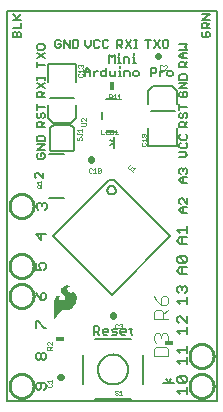
<source format=gbr>
G04 EAGLE Gerber RS-274X export*
G75*
%MOMM*%
%FSLAX34Y34*%
%LPD*%
%INSilkscreen Top*%
%IPPOS*%
%AMOC8*
5,1,8,0,0,1.08239X$1,22.5*%
G01*
%ADD10C,0.203200*%
%ADD11C,0.254000*%
%ADD12C,0.127000*%
%ADD13C,0.152400*%
%ADD14C,0.558800*%
%ADD15C,0.025400*%
%ADD16R,0.457200X0.762000*%
%ADD17R,0.762000X0.457200*%
%ADD18C,0.101600*%

G36*
X40650Y69751D02*
X40650Y69751D01*
X40654Y69749D01*
X40724Y69785D01*
X40734Y69790D01*
X40735Y69791D01*
X45607Y75273D01*
X46461Y76055D01*
X47451Y76644D01*
X47802Y76771D01*
X48170Y76836D01*
X50445Y76836D01*
X50450Y76838D01*
X50456Y76836D01*
X51820Y76960D01*
X51830Y76966D01*
X51842Y76964D01*
X53161Y77332D01*
X53169Y77340D01*
X53182Y77341D01*
X54412Y77941D01*
X54419Y77948D01*
X54430Y77951D01*
X55587Y78768D01*
X55592Y78776D01*
X55601Y78779D01*
X56632Y79751D01*
X56635Y79759D01*
X56641Y79761D01*
X56642Y79763D01*
X56644Y79764D01*
X57529Y80871D01*
X57531Y80881D01*
X57540Y80888D01*
X58487Y82569D01*
X58488Y82580D01*
X58496Y82590D01*
X59124Y84414D01*
X59123Y84425D01*
X59130Y84436D01*
X59418Y86343D01*
X59415Y86354D01*
X59420Y86366D01*
X59418Y86418D01*
X59410Y86670D01*
X59406Y86796D01*
X59406Y86797D01*
X59398Y87049D01*
X59390Y87302D01*
X59386Y87428D01*
X59378Y87680D01*
X59367Y88059D01*
X59359Y88294D01*
X59355Y88303D01*
X59357Y88315D01*
X59150Y89354D01*
X59145Y89362D01*
X59145Y89373D01*
X58787Y90370D01*
X58781Y90377D01*
X58780Y90388D01*
X58278Y91322D01*
X58269Y91329D01*
X58266Y91341D01*
X57359Y92478D01*
X57348Y92484D01*
X57341Y92497D01*
X56215Y93418D01*
X56172Y93430D01*
X56131Y93446D01*
X56126Y93444D01*
X56120Y93445D01*
X56082Y93424D01*
X56042Y93405D01*
X56039Y93399D01*
X56035Y93397D01*
X56027Y93368D01*
X56009Y93320D01*
X56009Y92440D01*
X55993Y92320D01*
X55949Y92217D01*
X55675Y91877D01*
X55314Y91629D01*
X55140Y91564D01*
X54602Y91506D01*
X54072Y91604D01*
X53584Y91853D01*
X52682Y92504D01*
X52270Y92858D01*
X51919Y93268D01*
X51636Y93726D01*
X51430Y94220D01*
X51371Y94520D01*
X51383Y94823D01*
X51540Y95342D01*
X51826Y95802D01*
X52221Y96172D01*
X52702Y96427D01*
X53192Y96566D01*
X53703Y96623D01*
X54306Y96623D01*
X54307Y96623D01*
X54329Y96632D01*
X54397Y96661D01*
X54432Y96753D01*
X54428Y96762D01*
X54394Y96838D01*
X54392Y96841D01*
X54391Y96842D01*
X54390Y96843D01*
X54369Y96863D01*
X54362Y96866D01*
X54358Y96874D01*
X53923Y97212D01*
X53908Y97216D01*
X53896Y97228D01*
X53392Y97449D01*
X53391Y97449D01*
X53035Y97601D01*
X52807Y97702D01*
X52797Y97703D01*
X52787Y97709D01*
X51909Y97929D01*
X51900Y97928D01*
X51890Y97932D01*
X50990Y98018D01*
X50980Y98014D01*
X50968Y98018D01*
X50100Y97952D01*
X50089Y97946D01*
X50076Y97947D01*
X49236Y97716D01*
X49226Y97708D01*
X49213Y97707D01*
X48433Y97319D01*
X48426Y97311D01*
X48415Y97308D01*
X47638Y96748D01*
X47634Y96741D01*
X47625Y96737D01*
X46929Y96079D01*
X46924Y96068D01*
X46913Y96060D01*
X46482Y95457D01*
X46479Y95442D01*
X46467Y95429D01*
X46200Y94737D01*
X46200Y94721D01*
X46192Y94706D01*
X46105Y93969D01*
X46110Y93954D01*
X46106Y93937D01*
X46205Y93202D01*
X46213Y93189D01*
X46213Y93172D01*
X46493Y92484D01*
X46502Y92475D01*
X46505Y92461D01*
X47692Y90703D01*
X47700Y90698D01*
X47704Y90687D01*
X49157Y89146D01*
X49527Y88711D01*
X49767Y88208D01*
X49869Y87660D01*
X49826Y87104D01*
X49640Y86579D01*
X49325Y86119D01*
X48900Y85754D01*
X48357Y85461D01*
X47771Y85263D01*
X47161Y85166D01*
X46450Y85201D01*
X45772Y85408D01*
X45166Y85773D01*
X44853Y86101D01*
X44647Y86505D01*
X44554Y86921D01*
X44554Y87349D01*
X44647Y87764D01*
X44719Y87902D01*
X44837Y88016D01*
X45661Y88615D01*
X45794Y88686D01*
X45932Y88714D01*
X46090Y88698D01*
X46133Y88712D01*
X46178Y88723D01*
X46180Y88727D01*
X46184Y88728D01*
X46204Y88769D01*
X46227Y88808D01*
X46226Y88812D01*
X46228Y88816D01*
X46213Y88859D01*
X46200Y88903D01*
X46197Y88905D01*
X46196Y88909D01*
X46158Y88928D01*
X46122Y88949D01*
X45639Y89025D01*
X45634Y89024D01*
X45629Y89026D01*
X44689Y89099D01*
X44680Y89096D01*
X44669Y89099D01*
X43729Y89026D01*
X43719Y89021D01*
X43707Y89022D01*
X43008Y88838D01*
X42998Y88830D01*
X42984Y88829D01*
X42336Y88508D01*
X42328Y88499D01*
X42314Y88495D01*
X41744Y88050D01*
X41738Y88039D01*
X41726Y88033D01*
X41256Y87483D01*
X41252Y87471D01*
X41241Y87462D01*
X40840Y86730D01*
X40839Y86717D01*
X40830Y86706D01*
X40590Y85907D01*
X40591Y85894D01*
X40585Y85881D01*
X40515Y85050D01*
X40517Y85044D01*
X40515Y85039D01*
X40515Y69875D01*
X40517Y69870D01*
X40515Y69866D01*
X40536Y69826D01*
X40553Y69784D01*
X40558Y69783D01*
X40560Y69778D01*
X40603Y69765D01*
X40645Y69749D01*
X40650Y69751D01*
G37*
D10*
X0Y330200D02*
X0Y0D01*
X177800Y0D01*
X177800Y330200D01*
X0Y330200D01*
D11*
X2540Y88900D02*
X2543Y89149D01*
X2552Y89399D01*
X2568Y89647D01*
X2589Y89896D01*
X2616Y90144D01*
X2650Y90391D01*
X2690Y90637D01*
X2735Y90882D01*
X2787Y91126D01*
X2844Y91369D01*
X2908Y91610D01*
X2977Y91849D01*
X3053Y92087D01*
X3134Y92323D01*
X3221Y92557D01*
X3313Y92788D01*
X3412Y93017D01*
X3515Y93244D01*
X3625Y93468D01*
X3740Y93689D01*
X3860Y93908D01*
X3985Y94123D01*
X4116Y94336D01*
X4252Y94545D01*
X4393Y94750D01*
X4539Y94952D01*
X4690Y95151D01*
X4846Y95345D01*
X5007Y95536D01*
X5172Y95723D01*
X5342Y95906D01*
X5516Y96084D01*
X5694Y96258D01*
X5877Y96428D01*
X6064Y96593D01*
X6255Y96754D01*
X6449Y96910D01*
X6648Y97061D01*
X6850Y97207D01*
X7055Y97348D01*
X7264Y97484D01*
X7477Y97615D01*
X7692Y97740D01*
X7911Y97860D01*
X8132Y97975D01*
X8356Y98085D01*
X8583Y98188D01*
X8812Y98287D01*
X9043Y98379D01*
X9277Y98466D01*
X9513Y98547D01*
X9751Y98623D01*
X9990Y98692D01*
X10231Y98756D01*
X10474Y98813D01*
X10718Y98865D01*
X10963Y98910D01*
X11209Y98950D01*
X11456Y98984D01*
X11704Y99011D01*
X11953Y99032D01*
X12201Y99048D01*
X12451Y99057D01*
X12700Y99060D01*
X12949Y99057D01*
X13199Y99048D01*
X13447Y99032D01*
X13696Y99011D01*
X13944Y98984D01*
X14191Y98950D01*
X14437Y98910D01*
X14682Y98865D01*
X14926Y98813D01*
X15169Y98756D01*
X15410Y98692D01*
X15649Y98623D01*
X15887Y98547D01*
X16123Y98466D01*
X16357Y98379D01*
X16588Y98287D01*
X16817Y98188D01*
X17044Y98085D01*
X17268Y97975D01*
X17489Y97860D01*
X17708Y97740D01*
X17923Y97615D01*
X18136Y97484D01*
X18345Y97348D01*
X18550Y97207D01*
X18752Y97061D01*
X18951Y96910D01*
X19145Y96754D01*
X19336Y96593D01*
X19523Y96428D01*
X19706Y96258D01*
X19884Y96084D01*
X20058Y95906D01*
X20228Y95723D01*
X20393Y95536D01*
X20554Y95345D01*
X20710Y95151D01*
X20861Y94952D01*
X21007Y94750D01*
X21148Y94545D01*
X21284Y94336D01*
X21415Y94123D01*
X21540Y93908D01*
X21660Y93689D01*
X21775Y93468D01*
X21885Y93244D01*
X21988Y93017D01*
X22087Y92788D01*
X22179Y92557D01*
X22266Y92323D01*
X22347Y92087D01*
X22423Y91849D01*
X22492Y91610D01*
X22556Y91369D01*
X22613Y91126D01*
X22665Y90882D01*
X22710Y90637D01*
X22750Y90391D01*
X22784Y90144D01*
X22811Y89896D01*
X22832Y89647D01*
X22848Y89399D01*
X22857Y89149D01*
X22860Y88900D01*
X22857Y88651D01*
X22848Y88401D01*
X22832Y88153D01*
X22811Y87904D01*
X22784Y87656D01*
X22750Y87409D01*
X22710Y87163D01*
X22665Y86918D01*
X22613Y86674D01*
X22556Y86431D01*
X22492Y86190D01*
X22423Y85951D01*
X22347Y85713D01*
X22266Y85477D01*
X22179Y85243D01*
X22087Y85012D01*
X21988Y84783D01*
X21885Y84556D01*
X21775Y84332D01*
X21660Y84111D01*
X21540Y83892D01*
X21415Y83677D01*
X21284Y83464D01*
X21148Y83255D01*
X21007Y83050D01*
X20861Y82848D01*
X20710Y82649D01*
X20554Y82455D01*
X20393Y82264D01*
X20228Y82077D01*
X20058Y81894D01*
X19884Y81716D01*
X19706Y81542D01*
X19523Y81372D01*
X19336Y81207D01*
X19145Y81046D01*
X18951Y80890D01*
X18752Y80739D01*
X18550Y80593D01*
X18345Y80452D01*
X18136Y80316D01*
X17923Y80185D01*
X17708Y80060D01*
X17489Y79940D01*
X17268Y79825D01*
X17044Y79715D01*
X16817Y79612D01*
X16588Y79513D01*
X16357Y79421D01*
X16123Y79334D01*
X15887Y79253D01*
X15649Y79177D01*
X15410Y79108D01*
X15169Y79044D01*
X14926Y78987D01*
X14682Y78935D01*
X14437Y78890D01*
X14191Y78850D01*
X13944Y78816D01*
X13696Y78789D01*
X13447Y78768D01*
X13199Y78752D01*
X12949Y78743D01*
X12700Y78740D01*
X12451Y78743D01*
X12201Y78752D01*
X11953Y78768D01*
X11704Y78789D01*
X11456Y78816D01*
X11209Y78850D01*
X10963Y78890D01*
X10718Y78935D01*
X10474Y78987D01*
X10231Y79044D01*
X9990Y79108D01*
X9751Y79177D01*
X9513Y79253D01*
X9277Y79334D01*
X9043Y79421D01*
X8812Y79513D01*
X8583Y79612D01*
X8356Y79715D01*
X8132Y79825D01*
X7911Y79940D01*
X7692Y80060D01*
X7477Y80185D01*
X7264Y80316D01*
X7055Y80452D01*
X6850Y80593D01*
X6648Y80739D01*
X6449Y80890D01*
X6255Y81046D01*
X6064Y81207D01*
X5877Y81372D01*
X5694Y81542D01*
X5516Y81716D01*
X5342Y81894D01*
X5172Y82077D01*
X5007Y82264D01*
X4846Y82455D01*
X4690Y82649D01*
X4539Y82848D01*
X4393Y83050D01*
X4252Y83255D01*
X4116Y83464D01*
X3985Y83677D01*
X3860Y83892D01*
X3740Y84111D01*
X3625Y84332D01*
X3515Y84556D01*
X3412Y84783D01*
X3313Y85012D01*
X3221Y85243D01*
X3134Y85477D01*
X3053Y85713D01*
X2977Y85951D01*
X2908Y86190D01*
X2844Y86431D01*
X2787Y86674D01*
X2735Y86918D01*
X2690Y87163D01*
X2650Y87409D01*
X2616Y87656D01*
X2589Y87904D01*
X2568Y88153D01*
X2552Y88401D01*
X2543Y88651D01*
X2540Y88900D01*
X2540Y114300D02*
X2543Y114549D01*
X2552Y114799D01*
X2568Y115047D01*
X2589Y115296D01*
X2616Y115544D01*
X2650Y115791D01*
X2690Y116037D01*
X2735Y116282D01*
X2787Y116526D01*
X2844Y116769D01*
X2908Y117010D01*
X2977Y117249D01*
X3053Y117487D01*
X3134Y117723D01*
X3221Y117957D01*
X3313Y118188D01*
X3412Y118417D01*
X3515Y118644D01*
X3625Y118868D01*
X3740Y119089D01*
X3860Y119308D01*
X3985Y119523D01*
X4116Y119736D01*
X4252Y119945D01*
X4393Y120150D01*
X4539Y120352D01*
X4690Y120551D01*
X4846Y120745D01*
X5007Y120936D01*
X5172Y121123D01*
X5342Y121306D01*
X5516Y121484D01*
X5694Y121658D01*
X5877Y121828D01*
X6064Y121993D01*
X6255Y122154D01*
X6449Y122310D01*
X6648Y122461D01*
X6850Y122607D01*
X7055Y122748D01*
X7264Y122884D01*
X7477Y123015D01*
X7692Y123140D01*
X7911Y123260D01*
X8132Y123375D01*
X8356Y123485D01*
X8583Y123588D01*
X8812Y123687D01*
X9043Y123779D01*
X9277Y123866D01*
X9513Y123947D01*
X9751Y124023D01*
X9990Y124092D01*
X10231Y124156D01*
X10474Y124213D01*
X10718Y124265D01*
X10963Y124310D01*
X11209Y124350D01*
X11456Y124384D01*
X11704Y124411D01*
X11953Y124432D01*
X12201Y124448D01*
X12451Y124457D01*
X12700Y124460D01*
X12949Y124457D01*
X13199Y124448D01*
X13447Y124432D01*
X13696Y124411D01*
X13944Y124384D01*
X14191Y124350D01*
X14437Y124310D01*
X14682Y124265D01*
X14926Y124213D01*
X15169Y124156D01*
X15410Y124092D01*
X15649Y124023D01*
X15887Y123947D01*
X16123Y123866D01*
X16357Y123779D01*
X16588Y123687D01*
X16817Y123588D01*
X17044Y123485D01*
X17268Y123375D01*
X17489Y123260D01*
X17708Y123140D01*
X17923Y123015D01*
X18136Y122884D01*
X18345Y122748D01*
X18550Y122607D01*
X18752Y122461D01*
X18951Y122310D01*
X19145Y122154D01*
X19336Y121993D01*
X19523Y121828D01*
X19706Y121658D01*
X19884Y121484D01*
X20058Y121306D01*
X20228Y121123D01*
X20393Y120936D01*
X20554Y120745D01*
X20710Y120551D01*
X20861Y120352D01*
X21007Y120150D01*
X21148Y119945D01*
X21284Y119736D01*
X21415Y119523D01*
X21540Y119308D01*
X21660Y119089D01*
X21775Y118868D01*
X21885Y118644D01*
X21988Y118417D01*
X22087Y118188D01*
X22179Y117957D01*
X22266Y117723D01*
X22347Y117487D01*
X22423Y117249D01*
X22492Y117010D01*
X22556Y116769D01*
X22613Y116526D01*
X22665Y116282D01*
X22710Y116037D01*
X22750Y115791D01*
X22784Y115544D01*
X22811Y115296D01*
X22832Y115047D01*
X22848Y114799D01*
X22857Y114549D01*
X22860Y114300D01*
X22857Y114051D01*
X22848Y113801D01*
X22832Y113553D01*
X22811Y113304D01*
X22784Y113056D01*
X22750Y112809D01*
X22710Y112563D01*
X22665Y112318D01*
X22613Y112074D01*
X22556Y111831D01*
X22492Y111590D01*
X22423Y111351D01*
X22347Y111113D01*
X22266Y110877D01*
X22179Y110643D01*
X22087Y110412D01*
X21988Y110183D01*
X21885Y109956D01*
X21775Y109732D01*
X21660Y109511D01*
X21540Y109292D01*
X21415Y109077D01*
X21284Y108864D01*
X21148Y108655D01*
X21007Y108450D01*
X20861Y108248D01*
X20710Y108049D01*
X20554Y107855D01*
X20393Y107664D01*
X20228Y107477D01*
X20058Y107294D01*
X19884Y107116D01*
X19706Y106942D01*
X19523Y106772D01*
X19336Y106607D01*
X19145Y106446D01*
X18951Y106290D01*
X18752Y106139D01*
X18550Y105993D01*
X18345Y105852D01*
X18136Y105716D01*
X17923Y105585D01*
X17708Y105460D01*
X17489Y105340D01*
X17268Y105225D01*
X17044Y105115D01*
X16817Y105012D01*
X16588Y104913D01*
X16357Y104821D01*
X16123Y104734D01*
X15887Y104653D01*
X15649Y104577D01*
X15410Y104508D01*
X15169Y104444D01*
X14926Y104387D01*
X14682Y104335D01*
X14437Y104290D01*
X14191Y104250D01*
X13944Y104216D01*
X13696Y104189D01*
X13447Y104168D01*
X13199Y104152D01*
X12949Y104143D01*
X12700Y104140D01*
X12451Y104143D01*
X12201Y104152D01*
X11953Y104168D01*
X11704Y104189D01*
X11456Y104216D01*
X11209Y104250D01*
X10963Y104290D01*
X10718Y104335D01*
X10474Y104387D01*
X10231Y104444D01*
X9990Y104508D01*
X9751Y104577D01*
X9513Y104653D01*
X9277Y104734D01*
X9043Y104821D01*
X8812Y104913D01*
X8583Y105012D01*
X8356Y105115D01*
X8132Y105225D01*
X7911Y105340D01*
X7692Y105460D01*
X7477Y105585D01*
X7264Y105716D01*
X7055Y105852D01*
X6850Y105993D01*
X6648Y106139D01*
X6449Y106290D01*
X6255Y106446D01*
X6064Y106607D01*
X5877Y106772D01*
X5694Y106942D01*
X5516Y107116D01*
X5342Y107294D01*
X5172Y107477D01*
X5007Y107664D01*
X4846Y107855D01*
X4690Y108049D01*
X4539Y108248D01*
X4393Y108450D01*
X4252Y108655D01*
X4116Y108864D01*
X3985Y109077D01*
X3860Y109292D01*
X3740Y109511D01*
X3625Y109732D01*
X3515Y109956D01*
X3412Y110183D01*
X3313Y110412D01*
X3221Y110643D01*
X3134Y110877D01*
X3053Y111113D01*
X2977Y111351D01*
X2908Y111590D01*
X2844Y111831D01*
X2787Y112074D01*
X2735Y112318D01*
X2690Y112563D01*
X2650Y112809D01*
X2616Y113056D01*
X2589Y113304D01*
X2568Y113553D01*
X2552Y113801D01*
X2543Y114051D01*
X2540Y114300D01*
X2540Y165100D02*
X2543Y165349D01*
X2552Y165599D01*
X2568Y165847D01*
X2589Y166096D01*
X2616Y166344D01*
X2650Y166591D01*
X2690Y166837D01*
X2735Y167082D01*
X2787Y167326D01*
X2844Y167569D01*
X2908Y167810D01*
X2977Y168049D01*
X3053Y168287D01*
X3134Y168523D01*
X3221Y168757D01*
X3313Y168988D01*
X3412Y169217D01*
X3515Y169444D01*
X3625Y169668D01*
X3740Y169889D01*
X3860Y170108D01*
X3985Y170323D01*
X4116Y170536D01*
X4252Y170745D01*
X4393Y170950D01*
X4539Y171152D01*
X4690Y171351D01*
X4846Y171545D01*
X5007Y171736D01*
X5172Y171923D01*
X5342Y172106D01*
X5516Y172284D01*
X5694Y172458D01*
X5877Y172628D01*
X6064Y172793D01*
X6255Y172954D01*
X6449Y173110D01*
X6648Y173261D01*
X6850Y173407D01*
X7055Y173548D01*
X7264Y173684D01*
X7477Y173815D01*
X7692Y173940D01*
X7911Y174060D01*
X8132Y174175D01*
X8356Y174285D01*
X8583Y174388D01*
X8812Y174487D01*
X9043Y174579D01*
X9277Y174666D01*
X9513Y174747D01*
X9751Y174823D01*
X9990Y174892D01*
X10231Y174956D01*
X10474Y175013D01*
X10718Y175065D01*
X10963Y175110D01*
X11209Y175150D01*
X11456Y175184D01*
X11704Y175211D01*
X11953Y175232D01*
X12201Y175248D01*
X12451Y175257D01*
X12700Y175260D01*
X12949Y175257D01*
X13199Y175248D01*
X13447Y175232D01*
X13696Y175211D01*
X13944Y175184D01*
X14191Y175150D01*
X14437Y175110D01*
X14682Y175065D01*
X14926Y175013D01*
X15169Y174956D01*
X15410Y174892D01*
X15649Y174823D01*
X15887Y174747D01*
X16123Y174666D01*
X16357Y174579D01*
X16588Y174487D01*
X16817Y174388D01*
X17044Y174285D01*
X17268Y174175D01*
X17489Y174060D01*
X17708Y173940D01*
X17923Y173815D01*
X18136Y173684D01*
X18345Y173548D01*
X18550Y173407D01*
X18752Y173261D01*
X18951Y173110D01*
X19145Y172954D01*
X19336Y172793D01*
X19523Y172628D01*
X19706Y172458D01*
X19884Y172284D01*
X20058Y172106D01*
X20228Y171923D01*
X20393Y171736D01*
X20554Y171545D01*
X20710Y171351D01*
X20861Y171152D01*
X21007Y170950D01*
X21148Y170745D01*
X21284Y170536D01*
X21415Y170323D01*
X21540Y170108D01*
X21660Y169889D01*
X21775Y169668D01*
X21885Y169444D01*
X21988Y169217D01*
X22087Y168988D01*
X22179Y168757D01*
X22266Y168523D01*
X22347Y168287D01*
X22423Y168049D01*
X22492Y167810D01*
X22556Y167569D01*
X22613Y167326D01*
X22665Y167082D01*
X22710Y166837D01*
X22750Y166591D01*
X22784Y166344D01*
X22811Y166096D01*
X22832Y165847D01*
X22848Y165599D01*
X22857Y165349D01*
X22860Y165100D01*
X22857Y164851D01*
X22848Y164601D01*
X22832Y164353D01*
X22811Y164104D01*
X22784Y163856D01*
X22750Y163609D01*
X22710Y163363D01*
X22665Y163118D01*
X22613Y162874D01*
X22556Y162631D01*
X22492Y162390D01*
X22423Y162151D01*
X22347Y161913D01*
X22266Y161677D01*
X22179Y161443D01*
X22087Y161212D01*
X21988Y160983D01*
X21885Y160756D01*
X21775Y160532D01*
X21660Y160311D01*
X21540Y160092D01*
X21415Y159877D01*
X21284Y159664D01*
X21148Y159455D01*
X21007Y159250D01*
X20861Y159048D01*
X20710Y158849D01*
X20554Y158655D01*
X20393Y158464D01*
X20228Y158277D01*
X20058Y158094D01*
X19884Y157916D01*
X19706Y157742D01*
X19523Y157572D01*
X19336Y157407D01*
X19145Y157246D01*
X18951Y157090D01*
X18752Y156939D01*
X18550Y156793D01*
X18345Y156652D01*
X18136Y156516D01*
X17923Y156385D01*
X17708Y156260D01*
X17489Y156140D01*
X17268Y156025D01*
X17044Y155915D01*
X16817Y155812D01*
X16588Y155713D01*
X16357Y155621D01*
X16123Y155534D01*
X15887Y155453D01*
X15649Y155377D01*
X15410Y155308D01*
X15169Y155244D01*
X14926Y155187D01*
X14682Y155135D01*
X14437Y155090D01*
X14191Y155050D01*
X13944Y155016D01*
X13696Y154989D01*
X13447Y154968D01*
X13199Y154952D01*
X12949Y154943D01*
X12700Y154940D01*
X12451Y154943D01*
X12201Y154952D01*
X11953Y154968D01*
X11704Y154989D01*
X11456Y155016D01*
X11209Y155050D01*
X10963Y155090D01*
X10718Y155135D01*
X10474Y155187D01*
X10231Y155244D01*
X9990Y155308D01*
X9751Y155377D01*
X9513Y155453D01*
X9277Y155534D01*
X9043Y155621D01*
X8812Y155713D01*
X8583Y155812D01*
X8356Y155915D01*
X8132Y156025D01*
X7911Y156140D01*
X7692Y156260D01*
X7477Y156385D01*
X7264Y156516D01*
X7055Y156652D01*
X6850Y156793D01*
X6648Y156939D01*
X6449Y157090D01*
X6255Y157246D01*
X6064Y157407D01*
X5877Y157572D01*
X5694Y157742D01*
X5516Y157916D01*
X5342Y158094D01*
X5172Y158277D01*
X5007Y158464D01*
X4846Y158655D01*
X4690Y158849D01*
X4539Y159048D01*
X4393Y159250D01*
X4252Y159455D01*
X4116Y159664D01*
X3985Y159877D01*
X3860Y160092D01*
X3740Y160311D01*
X3625Y160532D01*
X3515Y160756D01*
X3412Y160983D01*
X3313Y161212D01*
X3221Y161443D01*
X3134Y161677D01*
X3053Y161913D01*
X2977Y162151D01*
X2908Y162390D01*
X2844Y162631D01*
X2787Y162874D01*
X2735Y163118D01*
X2690Y163363D01*
X2650Y163609D01*
X2616Y163856D01*
X2589Y164104D01*
X2568Y164353D01*
X2552Y164601D01*
X2543Y164851D01*
X2540Y165100D01*
X2540Y12700D02*
X2543Y12949D01*
X2552Y13199D01*
X2568Y13447D01*
X2589Y13696D01*
X2616Y13944D01*
X2650Y14191D01*
X2690Y14437D01*
X2735Y14682D01*
X2787Y14926D01*
X2844Y15169D01*
X2908Y15410D01*
X2977Y15649D01*
X3053Y15887D01*
X3134Y16123D01*
X3221Y16357D01*
X3313Y16588D01*
X3412Y16817D01*
X3515Y17044D01*
X3625Y17268D01*
X3740Y17489D01*
X3860Y17708D01*
X3985Y17923D01*
X4116Y18136D01*
X4252Y18345D01*
X4393Y18550D01*
X4539Y18752D01*
X4690Y18951D01*
X4846Y19145D01*
X5007Y19336D01*
X5172Y19523D01*
X5342Y19706D01*
X5516Y19884D01*
X5694Y20058D01*
X5877Y20228D01*
X6064Y20393D01*
X6255Y20554D01*
X6449Y20710D01*
X6648Y20861D01*
X6850Y21007D01*
X7055Y21148D01*
X7264Y21284D01*
X7477Y21415D01*
X7692Y21540D01*
X7911Y21660D01*
X8132Y21775D01*
X8356Y21885D01*
X8583Y21988D01*
X8812Y22087D01*
X9043Y22179D01*
X9277Y22266D01*
X9513Y22347D01*
X9751Y22423D01*
X9990Y22492D01*
X10231Y22556D01*
X10474Y22613D01*
X10718Y22665D01*
X10963Y22710D01*
X11209Y22750D01*
X11456Y22784D01*
X11704Y22811D01*
X11953Y22832D01*
X12201Y22848D01*
X12451Y22857D01*
X12700Y22860D01*
X12949Y22857D01*
X13199Y22848D01*
X13447Y22832D01*
X13696Y22811D01*
X13944Y22784D01*
X14191Y22750D01*
X14437Y22710D01*
X14682Y22665D01*
X14926Y22613D01*
X15169Y22556D01*
X15410Y22492D01*
X15649Y22423D01*
X15887Y22347D01*
X16123Y22266D01*
X16357Y22179D01*
X16588Y22087D01*
X16817Y21988D01*
X17044Y21885D01*
X17268Y21775D01*
X17489Y21660D01*
X17708Y21540D01*
X17923Y21415D01*
X18136Y21284D01*
X18345Y21148D01*
X18550Y21007D01*
X18752Y20861D01*
X18951Y20710D01*
X19145Y20554D01*
X19336Y20393D01*
X19523Y20228D01*
X19706Y20058D01*
X19884Y19884D01*
X20058Y19706D01*
X20228Y19523D01*
X20393Y19336D01*
X20554Y19145D01*
X20710Y18951D01*
X20861Y18752D01*
X21007Y18550D01*
X21148Y18345D01*
X21284Y18136D01*
X21415Y17923D01*
X21540Y17708D01*
X21660Y17489D01*
X21775Y17268D01*
X21885Y17044D01*
X21988Y16817D01*
X22087Y16588D01*
X22179Y16357D01*
X22266Y16123D01*
X22347Y15887D01*
X22423Y15649D01*
X22492Y15410D01*
X22556Y15169D01*
X22613Y14926D01*
X22665Y14682D01*
X22710Y14437D01*
X22750Y14191D01*
X22784Y13944D01*
X22811Y13696D01*
X22832Y13447D01*
X22848Y13199D01*
X22857Y12949D01*
X22860Y12700D01*
X22857Y12451D01*
X22848Y12201D01*
X22832Y11953D01*
X22811Y11704D01*
X22784Y11456D01*
X22750Y11209D01*
X22710Y10963D01*
X22665Y10718D01*
X22613Y10474D01*
X22556Y10231D01*
X22492Y9990D01*
X22423Y9751D01*
X22347Y9513D01*
X22266Y9277D01*
X22179Y9043D01*
X22087Y8812D01*
X21988Y8583D01*
X21885Y8356D01*
X21775Y8132D01*
X21660Y7911D01*
X21540Y7692D01*
X21415Y7477D01*
X21284Y7264D01*
X21148Y7055D01*
X21007Y6850D01*
X20861Y6648D01*
X20710Y6449D01*
X20554Y6255D01*
X20393Y6064D01*
X20228Y5877D01*
X20058Y5694D01*
X19884Y5516D01*
X19706Y5342D01*
X19523Y5172D01*
X19336Y5007D01*
X19145Y4846D01*
X18951Y4690D01*
X18752Y4539D01*
X18550Y4393D01*
X18345Y4252D01*
X18136Y4116D01*
X17923Y3985D01*
X17708Y3860D01*
X17489Y3740D01*
X17268Y3625D01*
X17044Y3515D01*
X16817Y3412D01*
X16588Y3313D01*
X16357Y3221D01*
X16123Y3134D01*
X15887Y3053D01*
X15649Y2977D01*
X15410Y2908D01*
X15169Y2844D01*
X14926Y2787D01*
X14682Y2735D01*
X14437Y2690D01*
X14191Y2650D01*
X13944Y2616D01*
X13696Y2589D01*
X13447Y2568D01*
X13199Y2552D01*
X12949Y2543D01*
X12700Y2540D01*
X12451Y2543D01*
X12201Y2552D01*
X11953Y2568D01*
X11704Y2589D01*
X11456Y2616D01*
X11209Y2650D01*
X10963Y2690D01*
X10718Y2735D01*
X10474Y2787D01*
X10231Y2844D01*
X9990Y2908D01*
X9751Y2977D01*
X9513Y3053D01*
X9277Y3134D01*
X9043Y3221D01*
X8812Y3313D01*
X8583Y3412D01*
X8356Y3515D01*
X8132Y3625D01*
X7911Y3740D01*
X7692Y3860D01*
X7477Y3985D01*
X7264Y4116D01*
X7055Y4252D01*
X6850Y4393D01*
X6648Y4539D01*
X6449Y4690D01*
X6255Y4846D01*
X6064Y5007D01*
X5877Y5172D01*
X5694Y5342D01*
X5516Y5516D01*
X5342Y5694D01*
X5172Y5877D01*
X5007Y6064D01*
X4846Y6255D01*
X4690Y6449D01*
X4539Y6648D01*
X4393Y6850D01*
X4252Y7055D01*
X4116Y7264D01*
X3985Y7477D01*
X3860Y7692D01*
X3740Y7911D01*
X3625Y8132D01*
X3515Y8356D01*
X3412Y8583D01*
X3313Y8812D01*
X3221Y9043D01*
X3134Y9277D01*
X3053Y9513D01*
X2977Y9751D01*
X2908Y9990D01*
X2844Y10231D01*
X2787Y10474D01*
X2735Y10718D01*
X2690Y10963D01*
X2650Y11209D01*
X2616Y11456D01*
X2589Y11704D01*
X2568Y11953D01*
X2552Y12201D01*
X2543Y12451D01*
X2540Y12700D01*
X154940Y12700D02*
X154943Y12949D01*
X154952Y13199D01*
X154968Y13447D01*
X154989Y13696D01*
X155016Y13944D01*
X155050Y14191D01*
X155090Y14437D01*
X155135Y14682D01*
X155187Y14926D01*
X155244Y15169D01*
X155308Y15410D01*
X155377Y15649D01*
X155453Y15887D01*
X155534Y16123D01*
X155621Y16357D01*
X155713Y16588D01*
X155812Y16817D01*
X155915Y17044D01*
X156025Y17268D01*
X156140Y17489D01*
X156260Y17708D01*
X156385Y17923D01*
X156516Y18136D01*
X156652Y18345D01*
X156793Y18550D01*
X156939Y18752D01*
X157090Y18951D01*
X157246Y19145D01*
X157407Y19336D01*
X157572Y19523D01*
X157742Y19706D01*
X157916Y19884D01*
X158094Y20058D01*
X158277Y20228D01*
X158464Y20393D01*
X158655Y20554D01*
X158849Y20710D01*
X159048Y20861D01*
X159250Y21007D01*
X159455Y21148D01*
X159664Y21284D01*
X159877Y21415D01*
X160092Y21540D01*
X160311Y21660D01*
X160532Y21775D01*
X160756Y21885D01*
X160983Y21988D01*
X161212Y22087D01*
X161443Y22179D01*
X161677Y22266D01*
X161913Y22347D01*
X162151Y22423D01*
X162390Y22492D01*
X162631Y22556D01*
X162874Y22613D01*
X163118Y22665D01*
X163363Y22710D01*
X163609Y22750D01*
X163856Y22784D01*
X164104Y22811D01*
X164353Y22832D01*
X164601Y22848D01*
X164851Y22857D01*
X165100Y22860D01*
X165349Y22857D01*
X165599Y22848D01*
X165847Y22832D01*
X166096Y22811D01*
X166344Y22784D01*
X166591Y22750D01*
X166837Y22710D01*
X167082Y22665D01*
X167326Y22613D01*
X167569Y22556D01*
X167810Y22492D01*
X168049Y22423D01*
X168287Y22347D01*
X168523Y22266D01*
X168757Y22179D01*
X168988Y22087D01*
X169217Y21988D01*
X169444Y21885D01*
X169668Y21775D01*
X169889Y21660D01*
X170108Y21540D01*
X170323Y21415D01*
X170536Y21284D01*
X170745Y21148D01*
X170950Y21007D01*
X171152Y20861D01*
X171351Y20710D01*
X171545Y20554D01*
X171736Y20393D01*
X171923Y20228D01*
X172106Y20058D01*
X172284Y19884D01*
X172458Y19706D01*
X172628Y19523D01*
X172793Y19336D01*
X172954Y19145D01*
X173110Y18951D01*
X173261Y18752D01*
X173407Y18550D01*
X173548Y18345D01*
X173684Y18136D01*
X173815Y17923D01*
X173940Y17708D01*
X174060Y17489D01*
X174175Y17268D01*
X174285Y17044D01*
X174388Y16817D01*
X174487Y16588D01*
X174579Y16357D01*
X174666Y16123D01*
X174747Y15887D01*
X174823Y15649D01*
X174892Y15410D01*
X174956Y15169D01*
X175013Y14926D01*
X175065Y14682D01*
X175110Y14437D01*
X175150Y14191D01*
X175184Y13944D01*
X175211Y13696D01*
X175232Y13447D01*
X175248Y13199D01*
X175257Y12949D01*
X175260Y12700D01*
X175257Y12451D01*
X175248Y12201D01*
X175232Y11953D01*
X175211Y11704D01*
X175184Y11456D01*
X175150Y11209D01*
X175110Y10963D01*
X175065Y10718D01*
X175013Y10474D01*
X174956Y10231D01*
X174892Y9990D01*
X174823Y9751D01*
X174747Y9513D01*
X174666Y9277D01*
X174579Y9043D01*
X174487Y8812D01*
X174388Y8583D01*
X174285Y8356D01*
X174175Y8132D01*
X174060Y7911D01*
X173940Y7692D01*
X173815Y7477D01*
X173684Y7264D01*
X173548Y7055D01*
X173407Y6850D01*
X173261Y6648D01*
X173110Y6449D01*
X172954Y6255D01*
X172793Y6064D01*
X172628Y5877D01*
X172458Y5694D01*
X172284Y5516D01*
X172106Y5342D01*
X171923Y5172D01*
X171736Y5007D01*
X171545Y4846D01*
X171351Y4690D01*
X171152Y4539D01*
X170950Y4393D01*
X170745Y4252D01*
X170536Y4116D01*
X170323Y3985D01*
X170108Y3860D01*
X169889Y3740D01*
X169668Y3625D01*
X169444Y3515D01*
X169217Y3412D01*
X168988Y3313D01*
X168757Y3221D01*
X168523Y3134D01*
X168287Y3053D01*
X168049Y2977D01*
X167810Y2908D01*
X167569Y2844D01*
X167326Y2787D01*
X167082Y2735D01*
X166837Y2690D01*
X166591Y2650D01*
X166344Y2616D01*
X166096Y2589D01*
X165847Y2568D01*
X165599Y2552D01*
X165349Y2543D01*
X165100Y2540D01*
X164851Y2543D01*
X164601Y2552D01*
X164353Y2568D01*
X164104Y2589D01*
X163856Y2616D01*
X163609Y2650D01*
X163363Y2690D01*
X163118Y2735D01*
X162874Y2787D01*
X162631Y2844D01*
X162390Y2908D01*
X162151Y2977D01*
X161913Y3053D01*
X161677Y3134D01*
X161443Y3221D01*
X161212Y3313D01*
X160983Y3412D01*
X160756Y3515D01*
X160532Y3625D01*
X160311Y3740D01*
X160092Y3860D01*
X159877Y3985D01*
X159664Y4116D01*
X159455Y4252D01*
X159250Y4393D01*
X159048Y4539D01*
X158849Y4690D01*
X158655Y4846D01*
X158464Y5007D01*
X158277Y5172D01*
X158094Y5342D01*
X157916Y5516D01*
X157742Y5694D01*
X157572Y5877D01*
X157407Y6064D01*
X157246Y6255D01*
X157090Y6449D01*
X156939Y6648D01*
X156793Y6850D01*
X156652Y7055D01*
X156516Y7264D01*
X156385Y7477D01*
X156260Y7692D01*
X156140Y7911D01*
X156025Y8132D01*
X155915Y8356D01*
X155812Y8583D01*
X155713Y8812D01*
X155621Y9043D01*
X155534Y9277D01*
X155453Y9513D01*
X155377Y9751D01*
X155308Y9990D01*
X155244Y10231D01*
X155187Y10474D01*
X155135Y10718D01*
X155090Y10963D01*
X155050Y11209D01*
X155016Y11456D01*
X154989Y11704D01*
X154968Y11953D01*
X154952Y12201D01*
X154943Y12451D01*
X154940Y12700D01*
X154940Y38100D02*
X154943Y38349D01*
X154952Y38599D01*
X154968Y38847D01*
X154989Y39096D01*
X155016Y39344D01*
X155050Y39591D01*
X155090Y39837D01*
X155135Y40082D01*
X155187Y40326D01*
X155244Y40569D01*
X155308Y40810D01*
X155377Y41049D01*
X155453Y41287D01*
X155534Y41523D01*
X155621Y41757D01*
X155713Y41988D01*
X155812Y42217D01*
X155915Y42444D01*
X156025Y42668D01*
X156140Y42889D01*
X156260Y43108D01*
X156385Y43323D01*
X156516Y43536D01*
X156652Y43745D01*
X156793Y43950D01*
X156939Y44152D01*
X157090Y44351D01*
X157246Y44545D01*
X157407Y44736D01*
X157572Y44923D01*
X157742Y45106D01*
X157916Y45284D01*
X158094Y45458D01*
X158277Y45628D01*
X158464Y45793D01*
X158655Y45954D01*
X158849Y46110D01*
X159048Y46261D01*
X159250Y46407D01*
X159455Y46548D01*
X159664Y46684D01*
X159877Y46815D01*
X160092Y46940D01*
X160311Y47060D01*
X160532Y47175D01*
X160756Y47285D01*
X160983Y47388D01*
X161212Y47487D01*
X161443Y47579D01*
X161677Y47666D01*
X161913Y47747D01*
X162151Y47823D01*
X162390Y47892D01*
X162631Y47956D01*
X162874Y48013D01*
X163118Y48065D01*
X163363Y48110D01*
X163609Y48150D01*
X163856Y48184D01*
X164104Y48211D01*
X164353Y48232D01*
X164601Y48248D01*
X164851Y48257D01*
X165100Y48260D01*
X165349Y48257D01*
X165599Y48248D01*
X165847Y48232D01*
X166096Y48211D01*
X166344Y48184D01*
X166591Y48150D01*
X166837Y48110D01*
X167082Y48065D01*
X167326Y48013D01*
X167569Y47956D01*
X167810Y47892D01*
X168049Y47823D01*
X168287Y47747D01*
X168523Y47666D01*
X168757Y47579D01*
X168988Y47487D01*
X169217Y47388D01*
X169444Y47285D01*
X169668Y47175D01*
X169889Y47060D01*
X170108Y46940D01*
X170323Y46815D01*
X170536Y46684D01*
X170745Y46548D01*
X170950Y46407D01*
X171152Y46261D01*
X171351Y46110D01*
X171545Y45954D01*
X171736Y45793D01*
X171923Y45628D01*
X172106Y45458D01*
X172284Y45284D01*
X172458Y45106D01*
X172628Y44923D01*
X172793Y44736D01*
X172954Y44545D01*
X173110Y44351D01*
X173261Y44152D01*
X173407Y43950D01*
X173548Y43745D01*
X173684Y43536D01*
X173815Y43323D01*
X173940Y43108D01*
X174060Y42889D01*
X174175Y42668D01*
X174285Y42444D01*
X174388Y42217D01*
X174487Y41988D01*
X174579Y41757D01*
X174666Y41523D01*
X174747Y41287D01*
X174823Y41049D01*
X174892Y40810D01*
X174956Y40569D01*
X175013Y40326D01*
X175065Y40082D01*
X175110Y39837D01*
X175150Y39591D01*
X175184Y39344D01*
X175211Y39096D01*
X175232Y38847D01*
X175248Y38599D01*
X175257Y38349D01*
X175260Y38100D01*
X175257Y37851D01*
X175248Y37601D01*
X175232Y37353D01*
X175211Y37104D01*
X175184Y36856D01*
X175150Y36609D01*
X175110Y36363D01*
X175065Y36118D01*
X175013Y35874D01*
X174956Y35631D01*
X174892Y35390D01*
X174823Y35151D01*
X174747Y34913D01*
X174666Y34677D01*
X174579Y34443D01*
X174487Y34212D01*
X174388Y33983D01*
X174285Y33756D01*
X174175Y33532D01*
X174060Y33311D01*
X173940Y33092D01*
X173815Y32877D01*
X173684Y32664D01*
X173548Y32455D01*
X173407Y32250D01*
X173261Y32048D01*
X173110Y31849D01*
X172954Y31655D01*
X172793Y31464D01*
X172628Y31277D01*
X172458Y31094D01*
X172284Y30916D01*
X172106Y30742D01*
X171923Y30572D01*
X171736Y30407D01*
X171545Y30246D01*
X171351Y30090D01*
X171152Y29939D01*
X170950Y29793D01*
X170745Y29652D01*
X170536Y29516D01*
X170323Y29385D01*
X170108Y29260D01*
X169889Y29140D01*
X169668Y29025D01*
X169444Y28915D01*
X169217Y28812D01*
X168988Y28713D01*
X168757Y28621D01*
X168523Y28534D01*
X168287Y28453D01*
X168049Y28377D01*
X167810Y28308D01*
X167569Y28244D01*
X167326Y28187D01*
X167082Y28135D01*
X166837Y28090D01*
X166591Y28050D01*
X166344Y28016D01*
X166096Y27989D01*
X165847Y27968D01*
X165599Y27952D01*
X165349Y27943D01*
X165100Y27940D01*
X164851Y27943D01*
X164601Y27952D01*
X164353Y27968D01*
X164104Y27989D01*
X163856Y28016D01*
X163609Y28050D01*
X163363Y28090D01*
X163118Y28135D01*
X162874Y28187D01*
X162631Y28244D01*
X162390Y28308D01*
X162151Y28377D01*
X161913Y28453D01*
X161677Y28534D01*
X161443Y28621D01*
X161212Y28713D01*
X160983Y28812D01*
X160756Y28915D01*
X160532Y29025D01*
X160311Y29140D01*
X160092Y29260D01*
X159877Y29385D01*
X159664Y29516D01*
X159455Y29652D01*
X159250Y29793D01*
X159048Y29939D01*
X158849Y30090D01*
X158655Y30246D01*
X158464Y30407D01*
X158277Y30572D01*
X158094Y30742D01*
X157916Y30916D01*
X157742Y31094D01*
X157572Y31277D01*
X157407Y31464D01*
X157246Y31655D01*
X157090Y31849D01*
X156939Y32048D01*
X156793Y32250D01*
X156652Y32455D01*
X156516Y32664D01*
X156385Y32877D01*
X156260Y33092D01*
X156140Y33311D01*
X156025Y33532D01*
X155915Y33756D01*
X155812Y33983D01*
X155713Y34212D01*
X155621Y34443D01*
X155534Y34677D01*
X155453Y34913D01*
X155377Y35151D01*
X155308Y35390D01*
X155244Y35631D01*
X155187Y35874D01*
X155135Y36118D01*
X155090Y36363D01*
X155050Y36609D01*
X155016Y36856D01*
X154989Y37104D01*
X154968Y37353D01*
X154952Y37601D01*
X154943Y37851D01*
X154940Y38100D01*
D12*
X74041Y56261D02*
X74041Y63125D01*
X77473Y63125D01*
X78617Y61981D01*
X78617Y59693D01*
X77473Y58549D01*
X74041Y58549D01*
X76329Y58549D02*
X78617Y56261D01*
X82669Y56261D02*
X84957Y56261D01*
X82669Y56261D02*
X81525Y57405D01*
X81525Y59693D01*
X82669Y60837D01*
X84957Y60837D01*
X86101Y59693D01*
X86101Y58549D01*
X81525Y58549D01*
X89009Y56261D02*
X92441Y56261D01*
X93585Y57405D01*
X92441Y58549D01*
X90153Y58549D01*
X89009Y59693D01*
X90153Y60837D01*
X93585Y60837D01*
X97637Y56261D02*
X99925Y56261D01*
X97637Y56261D02*
X96493Y57405D01*
X96493Y59693D01*
X97637Y60837D01*
X99925Y60837D01*
X101069Y59693D01*
X101069Y58549D01*
X96493Y58549D01*
X105122Y57405D02*
X105122Y61981D01*
X105122Y57405D02*
X106266Y56261D01*
X106266Y60837D02*
X103978Y60837D01*
D13*
X33528Y11093D02*
X32087Y9652D01*
X33528Y11093D02*
X33528Y13974D01*
X32087Y15414D01*
X26325Y15414D01*
X24885Y13974D01*
X24885Y11093D01*
X26325Y9652D01*
X27766Y9652D01*
X29206Y11093D01*
X29206Y15414D01*
X26325Y35052D02*
X24885Y36493D01*
X24885Y39374D01*
X26325Y40814D01*
X27766Y40814D01*
X29206Y39374D01*
X30647Y40814D01*
X32087Y40814D01*
X33528Y39374D01*
X33528Y36493D01*
X32087Y35052D01*
X30647Y35052D01*
X29206Y36493D01*
X27766Y35052D01*
X26325Y35052D01*
X29206Y36493D02*
X29206Y39374D01*
X24885Y61722D02*
X24885Y67484D01*
X26325Y67484D01*
X32087Y61722D01*
X33528Y61722D01*
X26325Y88733D02*
X24885Y91614D01*
X26325Y88733D02*
X29206Y85852D01*
X32087Y85852D01*
X33528Y87293D01*
X33528Y90174D01*
X32087Y91614D01*
X30647Y91614D01*
X29206Y90174D01*
X29206Y85852D01*
X24885Y111252D02*
X24885Y117014D01*
X24885Y111252D02*
X29206Y111252D01*
X27766Y114133D01*
X27766Y115574D01*
X29206Y117014D01*
X32087Y117014D01*
X33528Y115574D01*
X33528Y112693D01*
X32087Y111252D01*
X33528Y140974D02*
X24885Y140974D01*
X29206Y136652D01*
X29206Y142414D01*
X26833Y162052D02*
X25393Y163493D01*
X25393Y166374D01*
X26833Y167814D01*
X28274Y167814D01*
X29714Y166374D01*
X29714Y164933D01*
X29714Y166374D02*
X31155Y167814D01*
X32595Y167814D01*
X34036Y166374D01*
X34036Y163493D01*
X32595Y162052D01*
D12*
X30861Y188595D02*
X30861Y193171D01*
X30861Y188595D02*
X26285Y193171D01*
X25141Y193171D01*
X23997Y192027D01*
X23997Y189739D01*
X25141Y188595D01*
X25521Y208537D02*
X26665Y209681D01*
X25521Y208537D02*
X25521Y206249D01*
X26665Y205105D01*
X31241Y205105D01*
X32385Y206249D01*
X32385Y208537D01*
X31241Y209681D01*
X28953Y209681D01*
X28953Y207393D01*
X32385Y212589D02*
X25521Y212589D01*
X32385Y217165D01*
X25521Y217165D01*
X25521Y220073D02*
X32385Y220073D01*
X32385Y223505D01*
X31241Y224649D01*
X26665Y224649D01*
X25521Y223505D01*
X25521Y220073D01*
X25521Y231775D02*
X32385Y231775D01*
X25521Y231775D02*
X25521Y235207D01*
X26665Y236351D01*
X28953Y236351D01*
X30097Y235207D01*
X30097Y231775D01*
X30097Y234063D02*
X32385Y236351D01*
X25521Y242691D02*
X26665Y243835D01*
X25521Y242691D02*
X25521Y240403D01*
X26665Y239259D01*
X27809Y239259D01*
X28953Y240403D01*
X28953Y242691D01*
X30097Y243835D01*
X31241Y243835D01*
X32385Y242691D01*
X32385Y240403D01*
X31241Y239259D01*
X32385Y249031D02*
X25521Y249031D01*
X25521Y246743D02*
X25521Y251319D01*
X25521Y257175D02*
X32385Y257175D01*
X25521Y257175D02*
X25521Y260607D01*
X26665Y261751D01*
X28953Y261751D01*
X30097Y260607D01*
X30097Y257175D01*
X30097Y259463D02*
X32385Y261751D01*
X25521Y264659D02*
X32385Y269235D01*
X32385Y264659D02*
X25521Y269235D01*
X32385Y272143D02*
X32385Y274431D01*
X32385Y273287D02*
X25521Y273287D01*
X25521Y272143D02*
X25521Y274431D01*
X25521Y284863D02*
X32385Y284863D01*
X25521Y282575D02*
X25521Y287151D01*
X25521Y290059D02*
X32385Y294635D01*
X32385Y290059D02*
X25521Y294635D01*
X25521Y298687D02*
X25521Y300975D01*
X25521Y298687D02*
X26665Y297543D01*
X31241Y297543D01*
X32385Y298687D01*
X32385Y300975D01*
X31241Y302119D01*
X26665Y302119D01*
X25521Y300975D01*
X119763Y299085D02*
X119763Y305949D01*
X117475Y305949D02*
X122051Y305949D01*
X124959Y305949D02*
X129535Y299085D01*
X124959Y299085D02*
X129535Y305949D01*
X133587Y305949D02*
X135875Y305949D01*
X133587Y305949D02*
X132443Y304805D01*
X132443Y300229D01*
X133587Y299085D01*
X135875Y299085D01*
X137019Y300229D01*
X137019Y304805D01*
X135875Y305949D01*
X93345Y305949D02*
X93345Y299085D01*
X93345Y305949D02*
X96777Y305949D01*
X97921Y304805D01*
X97921Y302517D01*
X96777Y301373D01*
X93345Y301373D01*
X95633Y301373D02*
X97921Y299085D01*
X100829Y305949D02*
X105405Y299085D01*
X100829Y299085D02*
X105405Y305949D01*
X108313Y299085D02*
X110601Y299085D01*
X109457Y299085D02*
X109457Y305949D01*
X108313Y305949D02*
X110601Y305949D01*
X146171Y282575D02*
X153035Y282575D01*
X146171Y282575D02*
X146171Y286007D01*
X147315Y287151D01*
X149603Y287151D01*
X150747Y286007D01*
X150747Y282575D01*
X150747Y284863D02*
X153035Y287151D01*
X153035Y290059D02*
X148459Y290059D01*
X146171Y292347D01*
X148459Y294635D01*
X153035Y294635D01*
X149603Y294635D02*
X149603Y290059D01*
X146171Y297543D02*
X153035Y297543D01*
X150747Y299831D01*
X153035Y302119D01*
X146171Y302119D01*
X147315Y261751D02*
X146171Y260607D01*
X146171Y258319D01*
X147315Y257175D01*
X151891Y257175D01*
X153035Y258319D01*
X153035Y260607D01*
X151891Y261751D01*
X149603Y261751D01*
X149603Y259463D01*
X153035Y264659D02*
X146171Y264659D01*
X153035Y269235D01*
X146171Y269235D01*
X146171Y272143D02*
X153035Y272143D01*
X153035Y275575D01*
X151891Y276719D01*
X147315Y276719D01*
X146171Y275575D01*
X146171Y272143D01*
X146171Y231775D02*
X153035Y231775D01*
X146171Y231775D02*
X146171Y235207D01*
X147315Y236351D01*
X149603Y236351D01*
X150747Y235207D01*
X150747Y231775D01*
X150747Y234063D02*
X153035Y236351D01*
X146171Y242691D02*
X147315Y243835D01*
X146171Y242691D02*
X146171Y240403D01*
X147315Y239259D01*
X148459Y239259D01*
X149603Y240403D01*
X149603Y242691D01*
X150747Y243835D01*
X151891Y243835D01*
X153035Y242691D01*
X153035Y240403D01*
X151891Y239259D01*
X153035Y249031D02*
X146171Y249031D01*
X146171Y246743D02*
X146171Y251319D01*
X146171Y206375D02*
X150747Y206375D01*
X153035Y208663D01*
X150747Y210951D01*
X146171Y210951D01*
X146171Y217291D02*
X147315Y218435D01*
X146171Y217291D02*
X146171Y215003D01*
X147315Y213859D01*
X151891Y213859D01*
X153035Y215003D01*
X153035Y217291D01*
X151891Y218435D01*
X146171Y224775D02*
X147315Y225919D01*
X146171Y224775D02*
X146171Y222487D01*
X147315Y221343D01*
X151891Y221343D01*
X153035Y222487D01*
X153035Y224775D01*
X151891Y225919D01*
X153035Y184785D02*
X148459Y184785D01*
X146171Y187073D01*
X148459Y189361D01*
X153035Y189361D01*
X149603Y189361D02*
X149603Y184785D01*
X147315Y192269D02*
X146171Y193413D01*
X146171Y195701D01*
X147315Y196845D01*
X148459Y196845D01*
X149603Y195701D01*
X149603Y194557D01*
X149603Y195701D02*
X150747Y196845D01*
X151891Y196845D01*
X153035Y195701D01*
X153035Y193413D01*
X151891Y192269D01*
X153035Y159385D02*
X148459Y159385D01*
X146171Y161673D01*
X148459Y163961D01*
X153035Y163961D01*
X149603Y163961D02*
X149603Y159385D01*
X153035Y166869D02*
X153035Y171445D01*
X153035Y166869D02*
X148459Y171445D01*
X147315Y171445D01*
X146171Y170301D01*
X146171Y168013D01*
X147315Y166869D01*
D13*
X147146Y132842D02*
X152908Y132842D01*
X147146Y132842D02*
X144265Y135723D01*
X147146Y138604D01*
X152908Y138604D01*
X148586Y138604D02*
X148586Y132842D01*
X147146Y142197D02*
X144265Y145078D01*
X152908Y145078D01*
X152908Y142197D02*
X152908Y147959D01*
X152908Y107442D02*
X147146Y107442D01*
X144265Y110323D01*
X147146Y113204D01*
X152908Y113204D01*
X148586Y113204D02*
X148586Y107442D01*
X151467Y116797D02*
X145705Y116797D01*
X144265Y118238D01*
X144265Y121119D01*
X145705Y122559D01*
X151467Y122559D01*
X152908Y121119D01*
X152908Y118238D01*
X151467Y116797D01*
X145705Y122559D01*
X144265Y84923D02*
X147146Y82042D01*
X144265Y84923D02*
X152908Y84923D01*
X152908Y82042D02*
X152908Y87804D01*
X145705Y91397D02*
X144265Y92838D01*
X144265Y95719D01*
X145705Y97159D01*
X147146Y97159D01*
X148586Y95719D01*
X148586Y94278D01*
X148586Y95719D02*
X150027Y97159D01*
X151467Y97159D01*
X152908Y95719D01*
X152908Y92838D01*
X151467Y91397D01*
X144265Y59523D02*
X147146Y56642D01*
X144265Y59523D02*
X152908Y59523D01*
X152908Y56642D02*
X152908Y62404D01*
X152908Y65997D02*
X152908Y71759D01*
X152908Y65997D02*
X147146Y71759D01*
X145705Y71759D01*
X144265Y70319D01*
X144265Y67438D01*
X145705Y65997D01*
X144265Y34123D02*
X147146Y31242D01*
X144265Y34123D02*
X152908Y34123D01*
X152908Y31242D02*
X152908Y37004D01*
X147146Y40597D02*
X144265Y43478D01*
X152908Y43478D01*
X152908Y40597D02*
X152908Y46359D01*
X144265Y8723D02*
X147146Y5842D01*
X144265Y8723D02*
X152908Y8723D01*
X152908Y5842D02*
X152908Y11604D01*
X151467Y15197D02*
X145705Y15197D01*
X144265Y16638D01*
X144265Y19519D01*
X145705Y20959D01*
X151467Y20959D01*
X152908Y19519D01*
X152908Y16638D01*
X151467Y15197D01*
X145705Y20959D01*
D12*
X66675Y301373D02*
X66675Y305949D01*
X66675Y301373D02*
X68963Y299085D01*
X71251Y301373D01*
X71251Y305949D01*
X77591Y305949D02*
X78735Y304805D01*
X77591Y305949D02*
X75303Y305949D01*
X74159Y304805D01*
X74159Y300229D01*
X75303Y299085D01*
X77591Y299085D01*
X78735Y300229D01*
X85075Y305949D02*
X86219Y304805D01*
X85075Y305949D02*
X82787Y305949D01*
X81643Y304805D01*
X81643Y300229D01*
X82787Y299085D01*
X85075Y299085D01*
X86219Y300229D01*
X45851Y304805D02*
X44707Y305949D01*
X42419Y305949D01*
X41275Y304805D01*
X41275Y300229D01*
X42419Y299085D01*
X44707Y299085D01*
X45851Y300229D01*
X45851Y302517D01*
X43563Y302517D01*
X48759Y299085D02*
X48759Y305949D01*
X53335Y299085D01*
X53335Y305949D01*
X56243Y305949D02*
X56243Y299085D01*
X59675Y299085D01*
X60819Y300229D01*
X60819Y304805D01*
X59675Y305949D01*
X56243Y305949D01*
X12065Y307975D02*
X5201Y307975D01*
X5201Y311407D01*
X6345Y312551D01*
X7489Y312551D01*
X8633Y311407D01*
X9777Y312551D01*
X10921Y312551D01*
X12065Y311407D01*
X12065Y307975D01*
X8633Y307975D02*
X8633Y311407D01*
X5201Y315459D02*
X12065Y315459D01*
X12065Y320035D01*
X12065Y322943D02*
X5201Y322943D01*
X9777Y322943D02*
X5201Y327519D01*
X8633Y324087D02*
X12065Y327519D01*
X165221Y311407D02*
X166365Y312551D01*
X165221Y311407D02*
X165221Y309119D01*
X166365Y307975D01*
X170941Y307975D01*
X172085Y309119D01*
X172085Y311407D01*
X170941Y312551D01*
X168653Y312551D01*
X168653Y310263D01*
X172085Y315459D02*
X165221Y315459D01*
X165221Y318891D01*
X166365Y320035D01*
X168653Y320035D01*
X169797Y318891D01*
X169797Y315459D01*
X169797Y317747D02*
X172085Y320035D01*
X172085Y322943D02*
X165221Y322943D01*
X172085Y327519D01*
X165221Y327519D01*
X66167Y279785D02*
X66167Y275209D01*
X66167Y279785D02*
X68455Y282073D01*
X70743Y279785D01*
X70743Y275209D01*
X70743Y278641D02*
X66167Y278641D01*
X73651Y279785D02*
X73651Y275209D01*
X73651Y277497D02*
X75939Y279785D01*
X77083Y279785D01*
X84464Y282073D02*
X84464Y275209D01*
X81032Y275209D01*
X79888Y276353D01*
X79888Y278641D01*
X81032Y279785D01*
X84464Y279785D01*
X87372Y279785D02*
X87372Y276353D01*
X88516Y275209D01*
X91948Y275209D01*
X91948Y279785D01*
X94856Y279785D02*
X96000Y279785D01*
X96000Y275209D01*
X94856Y275209D02*
X97144Y275209D01*
X96000Y282073D02*
X96000Y283217D01*
X99846Y279785D02*
X99846Y275209D01*
X99846Y279785D02*
X103278Y279785D01*
X104422Y278641D01*
X104422Y275209D01*
X108474Y275209D02*
X110762Y275209D01*
X111906Y276353D01*
X111906Y278641D01*
X110762Y279785D01*
X108474Y279785D01*
X107330Y278641D01*
X107330Y276353D01*
X108474Y275209D01*
X122298Y275209D02*
X122298Y282073D01*
X125730Y282073D01*
X126874Y280929D01*
X126874Y278641D01*
X125730Y277497D01*
X122298Y277497D01*
X129782Y275209D02*
X129782Y279785D01*
X129782Y277497D02*
X132070Y279785D01*
X133214Y279785D01*
X137163Y275209D02*
X139451Y275209D01*
X140595Y276353D01*
X140595Y278641D01*
X139451Y279785D01*
X137163Y279785D01*
X136019Y278641D01*
X136019Y276353D01*
X137163Y275209D01*
X86995Y286385D02*
X86995Y293249D01*
X89283Y290961D01*
X91571Y293249D01*
X91571Y286385D01*
X94479Y290961D02*
X95623Y290961D01*
X95623Y286385D01*
X94479Y286385D02*
X96767Y286385D01*
X95623Y293249D02*
X95623Y294393D01*
X99469Y290961D02*
X99469Y286385D01*
X99469Y290961D02*
X102901Y290961D01*
X104045Y289817D01*
X104045Y286385D01*
X106953Y290961D02*
X108097Y290961D01*
X108097Y286385D01*
X106953Y286385D02*
X109241Y286385D01*
X108097Y293249D02*
X108097Y294393D01*
D14*
X71882Y204521D02*
X71882Y203911D01*
D15*
X71579Y197107D02*
X72215Y196472D01*
X71579Y197107D02*
X70308Y197107D01*
X69673Y196472D01*
X69673Y193930D01*
X70308Y193294D01*
X71579Y193294D01*
X72215Y193930D01*
X73415Y195836D02*
X74686Y197107D01*
X74686Y193294D01*
X73415Y193294D02*
X75957Y193294D01*
X77157Y193930D02*
X77157Y196472D01*
X77792Y197107D01*
X79064Y197107D01*
X79699Y196472D01*
X79699Y193930D01*
X79064Y193294D01*
X77792Y193294D01*
X77157Y193930D01*
X79699Y196472D01*
D10*
X34990Y270350D02*
X34990Y285350D01*
X58990Y285350D01*
X58990Y270350D01*
X34990Y250350D02*
X34990Y239350D01*
X38990Y235350D01*
X54990Y235350D01*
X58990Y239350D01*
X58990Y250350D01*
D12*
X57150Y256540D02*
X36830Y256540D01*
D15*
X60924Y276557D02*
X61559Y277193D01*
X60924Y276557D02*
X60924Y275286D01*
X61559Y274651D01*
X64101Y274651D01*
X64737Y275286D01*
X64737Y276557D01*
X64101Y277193D01*
X62195Y278393D02*
X60924Y279664D01*
X64737Y279664D01*
X64737Y278393D02*
X64737Y280935D01*
X61559Y282135D02*
X60924Y282770D01*
X60924Y284042D01*
X61559Y284677D01*
X62195Y284677D01*
X62830Y284042D01*
X62830Y283406D01*
X62830Y284042D02*
X63466Y284677D01*
X64101Y284677D01*
X64737Y284042D01*
X64737Y282770D01*
X64101Y282135D01*
D16*
X88900Y266700D03*
D15*
X86691Y259591D02*
X86691Y255778D01*
X86691Y259591D02*
X88597Y259591D01*
X89233Y258956D01*
X89233Y257685D01*
X88597Y257049D01*
X86691Y257049D01*
X87962Y257049D02*
X89233Y255778D01*
X90433Y258320D02*
X91704Y259591D01*
X91704Y255778D01*
X90433Y255778D02*
X92975Y255778D01*
X94175Y258320D02*
X95446Y259591D01*
X95446Y255778D01*
X94175Y255778D02*
X96717Y255778D01*
D10*
X90854Y218694D02*
X90854Y214094D01*
X90854Y218694D02*
X90854Y223294D01*
X90854Y218694D02*
X87754Y216356D01*
X90700Y218948D02*
X87754Y220878D01*
D15*
X80391Y225806D02*
X80391Y229619D01*
X80391Y225806D02*
X82933Y225806D01*
X84133Y229619D02*
X86675Y229619D01*
X84133Y229619D02*
X84133Y225806D01*
X86675Y225806D01*
X85404Y227713D02*
X84133Y227713D01*
X87875Y229619D02*
X87875Y225806D01*
X89782Y225806D01*
X90417Y226442D01*
X90417Y228984D01*
X89782Y229619D01*
X87875Y229619D01*
X91617Y228348D02*
X92888Y229619D01*
X92888Y225806D01*
X91617Y225806D02*
X94159Y225806D01*
D17*
X45466Y52324D03*
D15*
X38354Y43561D02*
X34541Y43561D01*
X34541Y45468D01*
X35176Y46103D01*
X36447Y46103D01*
X37083Y45468D01*
X37083Y43561D01*
X37083Y44832D02*
X38354Y46103D01*
X38354Y47303D02*
X38354Y49845D01*
X38354Y47303D02*
X35812Y49845D01*
X35176Y49845D01*
X34541Y49210D01*
X34541Y47939D01*
X35176Y47303D01*
D14*
X90170Y72085D02*
X90170Y72695D01*
D15*
X93609Y65281D02*
X94245Y64646D01*
X93609Y65281D02*
X92338Y65281D01*
X91703Y64646D01*
X91703Y62104D01*
X92338Y61468D01*
X93609Y61468D01*
X94245Y62104D01*
X95445Y64646D02*
X96080Y65281D01*
X97352Y65281D01*
X97987Y64646D01*
X97987Y64010D01*
X97352Y63375D01*
X96716Y63375D01*
X97352Y63375D02*
X97987Y62739D01*
X97987Y62104D01*
X97352Y61468D01*
X96080Y61468D01*
X95445Y62104D01*
D14*
X45771Y20574D02*
X45161Y20574D01*
D15*
X35176Y14353D02*
X34541Y13718D01*
X34541Y12447D01*
X35176Y11811D01*
X37718Y11811D01*
X38354Y12447D01*
X38354Y13718D01*
X37718Y14353D01*
X35812Y15553D02*
X34541Y16824D01*
X38354Y16824D01*
X38354Y15553D02*
X38354Y18095D01*
D17*
X137160Y49022D03*
D18*
X136652Y69530D02*
X124958Y69530D01*
X124958Y75377D01*
X126907Y77326D01*
X130805Y77326D01*
X132754Y75377D01*
X132754Y69530D01*
X132754Y73428D02*
X136652Y77326D01*
X126907Y85122D02*
X124958Y89020D01*
X126907Y85122D02*
X130805Y81224D01*
X134703Y81224D01*
X136652Y83173D01*
X136652Y87071D01*
X134703Y89020D01*
X132754Y89020D01*
X130805Y87071D01*
X130805Y81224D01*
D10*
X132560Y15572D02*
X137160Y15572D01*
X141760Y15572D01*
X137160Y15572D02*
X134822Y18672D01*
X137414Y15726D02*
X139344Y18672D01*
D18*
X136652Y37780D02*
X124958Y37780D01*
X136652Y37780D02*
X136652Y43627D01*
X134703Y45576D01*
X126907Y45576D01*
X124958Y43627D01*
X124958Y37780D01*
X126907Y49474D02*
X124958Y51423D01*
X124958Y55321D01*
X126907Y57270D01*
X128856Y57270D01*
X130805Y55321D01*
X130805Y53372D01*
X130805Y55321D02*
X132754Y57270D01*
X134703Y57270D01*
X136652Y55321D01*
X136652Y51423D01*
X134703Y49474D01*
D10*
X93194Y256032D02*
X84606Y256032D01*
X84606Y227584D02*
X93194Y227584D01*
X80796Y239124D02*
X80796Y244492D01*
D15*
X66547Y233045D02*
X63370Y233045D01*
X66547Y233045D02*
X67183Y233681D01*
X67183Y234952D01*
X66547Y235587D01*
X63370Y235587D01*
X67183Y236787D02*
X67183Y239329D01*
X67183Y236787D02*
X64641Y239329D01*
X64005Y239329D01*
X63370Y238694D01*
X63370Y237423D01*
X64005Y236787D01*
D10*
X144080Y231300D02*
X144080Y216300D01*
X120080Y216300D01*
X120080Y231300D01*
X144080Y251300D02*
X144080Y262300D01*
X140080Y266300D01*
X124080Y266300D01*
X120080Y262300D01*
X120080Y251300D01*
D12*
X121920Y245110D02*
X142240Y245110D01*
D15*
X114965Y218569D02*
X114330Y217934D01*
X114330Y216663D01*
X114965Y216027D01*
X117507Y216027D01*
X118143Y216663D01*
X118143Y217934D01*
X117507Y218569D01*
X115601Y219769D02*
X114330Y221040D01*
X118143Y221040D01*
X118143Y219769D02*
X118143Y222311D01*
X117507Y223511D02*
X118143Y224147D01*
X118143Y225418D01*
X117507Y226053D01*
X114965Y226053D01*
X114330Y225418D01*
X114330Y224147D01*
X114965Y223511D01*
X115601Y223511D01*
X116236Y224147D01*
X116236Y226053D01*
D13*
X138468Y139700D02*
X88900Y90132D01*
X39332Y139700D01*
X86390Y186758D01*
X91410Y186758D02*
X138468Y139700D01*
X91410Y186758D02*
X86390Y186758D01*
X85308Y178495D02*
X85310Y178614D01*
X85316Y178734D01*
X85326Y178853D01*
X85340Y178971D01*
X85358Y179089D01*
X85379Y179207D01*
X85405Y179323D01*
X85434Y179439D01*
X85468Y179554D01*
X85505Y179667D01*
X85546Y179779D01*
X85590Y179890D01*
X85638Y180000D01*
X85690Y180107D01*
X85745Y180213D01*
X85804Y180317D01*
X85867Y180419D01*
X85932Y180518D01*
X86001Y180616D01*
X86073Y180711D01*
X86148Y180804D01*
X86227Y180894D01*
X86308Y180982D01*
X86392Y181066D01*
X86479Y181148D01*
X86568Y181227D01*
X86660Y181303D01*
X86755Y181376D01*
X86852Y181446D01*
X86951Y181512D01*
X87053Y181575D01*
X87156Y181635D01*
X87261Y181691D01*
X87368Y181744D01*
X87477Y181793D01*
X87588Y181839D01*
X87700Y181880D01*
X87813Y181918D01*
X87927Y181953D01*
X88043Y181983D01*
X88159Y182010D01*
X88276Y182032D01*
X88394Y182051D01*
X88513Y182066D01*
X88632Y182077D01*
X88751Y182084D01*
X88870Y182087D01*
X88990Y182086D01*
X89109Y182081D01*
X89228Y182072D01*
X89347Y182059D01*
X89465Y182042D01*
X89582Y182022D01*
X89699Y181997D01*
X89815Y181968D01*
X89930Y181936D01*
X90044Y181900D01*
X90157Y181860D01*
X90268Y181816D01*
X90377Y181769D01*
X90485Y181718D01*
X90592Y181664D01*
X90696Y181606D01*
X90798Y181544D01*
X90899Y181480D01*
X90997Y181411D01*
X91093Y181340D01*
X91186Y181266D01*
X91277Y181188D01*
X91365Y181108D01*
X91450Y181024D01*
X91533Y180938D01*
X91613Y180849D01*
X91690Y180758D01*
X91763Y180664D01*
X91834Y180567D01*
X91901Y180469D01*
X91965Y180368D01*
X92026Y180265D01*
X92083Y180160D01*
X92136Y180054D01*
X92186Y179945D01*
X92233Y179835D01*
X92275Y179724D01*
X92314Y179611D01*
X92350Y179497D01*
X92381Y179381D01*
X92408Y179265D01*
X92432Y179148D01*
X92452Y179030D01*
X92468Y178912D01*
X92480Y178793D01*
X92488Y178674D01*
X92492Y178555D01*
X92492Y178435D01*
X92488Y178316D01*
X92480Y178197D01*
X92468Y178078D01*
X92452Y177960D01*
X92432Y177842D01*
X92408Y177725D01*
X92381Y177609D01*
X92350Y177493D01*
X92314Y177379D01*
X92275Y177266D01*
X92233Y177155D01*
X92186Y177045D01*
X92136Y176936D01*
X92083Y176830D01*
X92026Y176725D01*
X91965Y176622D01*
X91901Y176521D01*
X91834Y176423D01*
X91763Y176326D01*
X91690Y176232D01*
X91613Y176141D01*
X91533Y176052D01*
X91450Y175966D01*
X91365Y175882D01*
X91277Y175802D01*
X91186Y175724D01*
X91093Y175650D01*
X90997Y175579D01*
X90899Y175510D01*
X90798Y175446D01*
X90696Y175384D01*
X90592Y175326D01*
X90485Y175272D01*
X90377Y175221D01*
X90268Y175174D01*
X90157Y175130D01*
X90044Y175090D01*
X89930Y175054D01*
X89815Y175022D01*
X89699Y174993D01*
X89582Y174968D01*
X89465Y174948D01*
X89347Y174931D01*
X89228Y174918D01*
X89109Y174909D01*
X88990Y174904D01*
X88870Y174903D01*
X88751Y174906D01*
X88632Y174913D01*
X88513Y174924D01*
X88394Y174939D01*
X88276Y174958D01*
X88159Y174980D01*
X88043Y175007D01*
X87927Y175037D01*
X87813Y175072D01*
X87700Y175110D01*
X87588Y175151D01*
X87477Y175197D01*
X87368Y175246D01*
X87261Y175299D01*
X87156Y175355D01*
X87053Y175415D01*
X86951Y175478D01*
X86852Y175544D01*
X86755Y175614D01*
X86660Y175687D01*
X86568Y175763D01*
X86479Y175842D01*
X86392Y175924D01*
X86308Y176008D01*
X86227Y176096D01*
X86148Y176186D01*
X86073Y176279D01*
X86001Y176374D01*
X85932Y176472D01*
X85867Y176571D01*
X85804Y176673D01*
X85745Y176777D01*
X85690Y176883D01*
X85638Y176990D01*
X85590Y177100D01*
X85546Y177211D01*
X85505Y177323D01*
X85468Y177436D01*
X85434Y177551D01*
X85405Y177667D01*
X85379Y177783D01*
X85358Y177901D01*
X85340Y178019D01*
X85326Y178137D01*
X85316Y178256D01*
X85310Y178376D01*
X85308Y178495D01*
D15*
X102999Y198520D02*
X105246Y200767D01*
X102999Y198520D02*
X102999Y197622D01*
X103898Y196723D01*
X104797Y196723D01*
X107044Y198970D01*
X106993Y197222D02*
X108791Y197223D01*
X106094Y194526D01*
X105196Y195425D02*
X106993Y193627D01*
D14*
X128016Y291795D02*
X128016Y292405D01*
D15*
X131455Y284356D02*
X132091Y283721D01*
X131455Y284356D02*
X130184Y284356D01*
X129549Y283721D01*
X129549Y281179D01*
X130184Y280543D01*
X131455Y280543D01*
X132091Y281179D01*
X133291Y280543D02*
X135833Y280543D01*
X133291Y280543D02*
X135833Y283085D01*
X135833Y283721D01*
X135198Y284356D01*
X133926Y284356D01*
X133291Y283721D01*
D13*
X36990Y230250D02*
X36990Y214250D01*
X54490Y211250D02*
X54593Y211262D01*
X54695Y211277D01*
X54796Y211296D01*
X54897Y211318D01*
X54997Y211345D01*
X55096Y211375D01*
X55193Y211409D01*
X55289Y211446D01*
X55384Y211487D01*
X55477Y211532D01*
X55569Y211580D01*
X55658Y211631D01*
X55746Y211686D01*
X55831Y211744D01*
X55915Y211805D01*
X55995Y211869D01*
X56074Y211936D01*
X56150Y212006D01*
X56223Y212079D01*
X56293Y212154D01*
X56361Y212232D01*
X56426Y212313D01*
X56487Y212396D01*
X56546Y212481D01*
X56601Y212568D01*
X56653Y212658D01*
X56701Y212749D01*
X56746Y212842D01*
X56788Y212936D01*
X56826Y213032D01*
X56860Y213130D01*
X56891Y213228D01*
X56918Y213328D01*
X56941Y213428D01*
X56961Y213530D01*
X56976Y213632D01*
X56988Y213734D01*
X56996Y213837D01*
X57000Y213941D01*
X57001Y214044D01*
X56997Y214147D01*
X56990Y214250D01*
X56990Y230250D02*
X56997Y230353D01*
X57001Y230456D01*
X57000Y230559D01*
X56996Y230663D01*
X56988Y230766D01*
X56976Y230868D01*
X56961Y230970D01*
X56941Y231072D01*
X56918Y231172D01*
X56891Y231272D01*
X56860Y231370D01*
X56826Y231468D01*
X56788Y231564D01*
X56746Y231658D01*
X56701Y231751D01*
X56653Y231842D01*
X56601Y231932D01*
X56546Y232019D01*
X56487Y232104D01*
X56426Y232187D01*
X56361Y232268D01*
X56293Y232346D01*
X56223Y232421D01*
X56150Y232494D01*
X56074Y232564D01*
X55995Y232631D01*
X55915Y232695D01*
X55831Y232756D01*
X55746Y232814D01*
X55658Y232869D01*
X55569Y232920D01*
X55477Y232968D01*
X55384Y233013D01*
X55289Y233054D01*
X55193Y233091D01*
X55096Y233125D01*
X54997Y233155D01*
X54897Y233182D01*
X54796Y233204D01*
X54695Y233223D01*
X54593Y233238D01*
X54490Y233250D01*
X39490Y233250D02*
X39387Y233239D01*
X39285Y233224D01*
X39183Y233205D01*
X39083Y233182D01*
X38983Y233156D01*
X38884Y233126D01*
X38786Y233092D01*
X38690Y233055D01*
X38595Y233014D01*
X38502Y232969D01*
X38410Y232921D01*
X38321Y232870D01*
X38233Y232815D01*
X38148Y232757D01*
X38064Y232696D01*
X37983Y232632D01*
X37905Y232565D01*
X37829Y232495D01*
X37756Y232422D01*
X37685Y232346D01*
X37617Y232268D01*
X37553Y232188D01*
X37491Y232105D01*
X37433Y232020D01*
X37378Y231932D01*
X37326Y231843D01*
X37277Y231752D01*
X37232Y231659D01*
X37191Y231564D01*
X37153Y231468D01*
X37118Y231371D01*
X37088Y231272D01*
X37061Y231172D01*
X37037Y231072D01*
X37018Y230970D01*
X37002Y230868D01*
X36991Y230765D01*
X36983Y230662D01*
X36979Y230559D01*
X36978Y230456D01*
X36982Y230352D01*
X36990Y230249D01*
X36990Y214250D02*
X36983Y214147D01*
X36979Y214044D01*
X36980Y213941D01*
X36984Y213837D01*
X36992Y213734D01*
X37004Y213632D01*
X37019Y213530D01*
X37039Y213428D01*
X37062Y213328D01*
X37089Y213228D01*
X37120Y213130D01*
X37154Y213032D01*
X37192Y212936D01*
X37234Y212842D01*
X37279Y212749D01*
X37327Y212658D01*
X37379Y212568D01*
X37434Y212481D01*
X37493Y212396D01*
X37554Y212313D01*
X37619Y212232D01*
X37687Y212154D01*
X37757Y212079D01*
X37830Y212006D01*
X37906Y211936D01*
X37985Y211869D01*
X38065Y211805D01*
X38149Y211744D01*
X38234Y211686D01*
X38322Y211631D01*
X38411Y211580D01*
X38503Y211532D01*
X38596Y211487D01*
X38691Y211446D01*
X38787Y211409D01*
X38884Y211375D01*
X38983Y211345D01*
X39083Y211318D01*
X39184Y211296D01*
X39285Y211277D01*
X39387Y211262D01*
X39490Y211250D01*
X54490Y211250D01*
X54490Y233250D02*
X39490Y233250D01*
X56990Y230250D02*
X56990Y214250D01*
D15*
X59814Y222555D02*
X60449Y223191D01*
X59814Y222555D02*
X59814Y221284D01*
X60449Y220649D01*
X61085Y220649D01*
X61720Y221284D01*
X61720Y222555D01*
X62356Y223191D01*
X62991Y223191D01*
X63627Y222555D01*
X63627Y221284D01*
X62991Y220649D01*
X62991Y224391D02*
X63627Y225026D01*
X63627Y225662D01*
X62991Y226297D01*
X59814Y226297D01*
X59814Y225662D02*
X59814Y226933D01*
X61085Y228133D02*
X59814Y229404D01*
X63627Y229404D01*
X63627Y228133D02*
X63627Y230675D01*
D10*
X115570Y39070D02*
X115570Y13970D01*
X105570Y1270D02*
X74770Y1270D01*
X64770Y14270D02*
X64770Y39070D01*
X74770Y52070D02*
X105570Y52070D01*
X77470Y26670D02*
X77474Y26982D01*
X77485Y27293D01*
X77504Y27604D01*
X77531Y27915D01*
X77566Y28225D01*
X77607Y28533D01*
X77657Y28841D01*
X77714Y29148D01*
X77779Y29453D01*
X77851Y29756D01*
X77930Y30057D01*
X78017Y30357D01*
X78111Y30654D01*
X78212Y30949D01*
X78321Y31241D01*
X78437Y31530D01*
X78560Y31817D01*
X78689Y32100D01*
X78826Y32380D01*
X78970Y32657D01*
X79120Y32930D01*
X79277Y33199D01*
X79440Y33464D01*
X79610Y33726D01*
X79787Y33983D01*
X79969Y34235D01*
X80158Y34483D01*
X80353Y34727D01*
X80553Y34965D01*
X80760Y35199D01*
X80972Y35427D01*
X81190Y35650D01*
X81413Y35868D01*
X81641Y36080D01*
X81875Y36287D01*
X82113Y36487D01*
X82357Y36682D01*
X82605Y36871D01*
X82857Y37053D01*
X83114Y37230D01*
X83376Y37400D01*
X83641Y37563D01*
X83910Y37720D01*
X84183Y37870D01*
X84460Y38014D01*
X84740Y38151D01*
X85023Y38280D01*
X85310Y38403D01*
X85599Y38519D01*
X85891Y38628D01*
X86186Y38729D01*
X86483Y38823D01*
X86783Y38910D01*
X87084Y38989D01*
X87387Y39061D01*
X87692Y39126D01*
X87999Y39183D01*
X88307Y39233D01*
X88615Y39274D01*
X88925Y39309D01*
X89236Y39336D01*
X89547Y39355D01*
X89858Y39366D01*
X90170Y39370D01*
X90482Y39366D01*
X90793Y39355D01*
X91104Y39336D01*
X91415Y39309D01*
X91725Y39274D01*
X92033Y39233D01*
X92341Y39183D01*
X92648Y39126D01*
X92953Y39061D01*
X93256Y38989D01*
X93557Y38910D01*
X93857Y38823D01*
X94154Y38729D01*
X94449Y38628D01*
X94741Y38519D01*
X95030Y38403D01*
X95317Y38280D01*
X95600Y38151D01*
X95880Y38014D01*
X96157Y37870D01*
X96430Y37720D01*
X96699Y37563D01*
X96964Y37400D01*
X97226Y37230D01*
X97483Y37053D01*
X97735Y36871D01*
X97983Y36682D01*
X98227Y36487D01*
X98465Y36287D01*
X98699Y36080D01*
X98927Y35868D01*
X99150Y35650D01*
X99368Y35427D01*
X99580Y35199D01*
X99787Y34965D01*
X99987Y34727D01*
X100182Y34483D01*
X100371Y34235D01*
X100553Y33983D01*
X100730Y33726D01*
X100900Y33464D01*
X101063Y33199D01*
X101220Y32930D01*
X101370Y32657D01*
X101514Y32380D01*
X101651Y32100D01*
X101780Y31817D01*
X101903Y31530D01*
X102019Y31241D01*
X102128Y30949D01*
X102229Y30654D01*
X102323Y30357D01*
X102410Y30057D01*
X102489Y29756D01*
X102561Y29453D01*
X102626Y29148D01*
X102683Y28841D01*
X102733Y28533D01*
X102774Y28225D01*
X102809Y27915D01*
X102836Y27604D01*
X102855Y27293D01*
X102866Y26982D01*
X102870Y26670D01*
X102866Y26358D01*
X102855Y26047D01*
X102836Y25736D01*
X102809Y25425D01*
X102774Y25115D01*
X102733Y24807D01*
X102683Y24499D01*
X102626Y24192D01*
X102561Y23887D01*
X102489Y23584D01*
X102410Y23283D01*
X102323Y22983D01*
X102229Y22686D01*
X102128Y22391D01*
X102019Y22099D01*
X101903Y21810D01*
X101780Y21523D01*
X101651Y21240D01*
X101514Y20960D01*
X101370Y20683D01*
X101220Y20410D01*
X101063Y20141D01*
X100900Y19876D01*
X100730Y19614D01*
X100553Y19357D01*
X100371Y19105D01*
X100182Y18857D01*
X99987Y18613D01*
X99787Y18375D01*
X99580Y18141D01*
X99368Y17913D01*
X99150Y17690D01*
X98927Y17472D01*
X98699Y17260D01*
X98465Y17053D01*
X98227Y16853D01*
X97983Y16658D01*
X97735Y16469D01*
X97483Y16287D01*
X97226Y16110D01*
X96964Y15940D01*
X96699Y15777D01*
X96430Y15620D01*
X96157Y15470D01*
X95880Y15326D01*
X95600Y15189D01*
X95317Y15060D01*
X95030Y14937D01*
X94741Y14821D01*
X94449Y14712D01*
X94154Y14611D01*
X93857Y14517D01*
X93557Y14430D01*
X93256Y14351D01*
X92953Y14279D01*
X92648Y14214D01*
X92341Y14157D01*
X92033Y14107D01*
X91725Y14066D01*
X91415Y14031D01*
X91104Y14004D01*
X90793Y13985D01*
X90482Y13974D01*
X90170Y13970D01*
X89858Y13974D01*
X89547Y13985D01*
X89236Y14004D01*
X88925Y14031D01*
X88615Y14066D01*
X88307Y14107D01*
X87999Y14157D01*
X87692Y14214D01*
X87387Y14279D01*
X87084Y14351D01*
X86783Y14430D01*
X86483Y14517D01*
X86186Y14611D01*
X85891Y14712D01*
X85599Y14821D01*
X85310Y14937D01*
X85023Y15060D01*
X84740Y15189D01*
X84460Y15326D01*
X84183Y15470D01*
X83910Y15620D01*
X83641Y15777D01*
X83376Y15940D01*
X83114Y16110D01*
X82857Y16287D01*
X82605Y16469D01*
X82357Y16658D01*
X82113Y16853D01*
X81875Y17053D01*
X81641Y17260D01*
X81413Y17472D01*
X81190Y17690D01*
X80972Y17913D01*
X80760Y18141D01*
X80553Y18375D01*
X80353Y18613D01*
X80158Y18857D01*
X79969Y19105D01*
X79787Y19357D01*
X79610Y19614D01*
X79440Y19876D01*
X79277Y20141D01*
X79120Y20410D01*
X78970Y20683D01*
X78826Y20960D01*
X78689Y21240D01*
X78560Y21523D01*
X78437Y21810D01*
X78321Y22099D01*
X78212Y22391D01*
X78111Y22686D01*
X78017Y22983D01*
X77930Y23283D01*
X77851Y23584D01*
X77779Y23887D01*
X77714Y24192D01*
X77657Y24499D01*
X77607Y24807D01*
X77566Y25115D01*
X77531Y25425D01*
X77504Y25736D01*
X77485Y26047D01*
X77474Y26358D01*
X77470Y26670D01*
D15*
X93609Y8766D02*
X94245Y8131D01*
X93609Y8766D02*
X92338Y8766D01*
X91703Y8131D01*
X91703Y7495D01*
X92338Y6860D01*
X93609Y6860D01*
X94245Y6224D01*
X94245Y5589D01*
X93609Y4953D01*
X92338Y4953D01*
X91703Y5589D01*
X95445Y7495D02*
X96716Y8766D01*
X96716Y4953D01*
X95445Y4953D02*
X97987Y4953D01*
D10*
X48816Y208957D02*
X35816Y208957D01*
X35816Y171459D02*
X48816Y171459D01*
D15*
X28955Y180213D02*
X26413Y180213D01*
X25778Y180849D01*
X25778Y182120D01*
X26413Y182755D01*
X28955Y182755D01*
X29591Y182120D01*
X29591Y180849D01*
X28955Y180213D01*
X28320Y181484D02*
X29591Y182755D01*
X27049Y183955D02*
X25778Y185226D01*
X29591Y185226D01*
X29591Y183955D02*
X29591Y186497D01*
M02*

</source>
